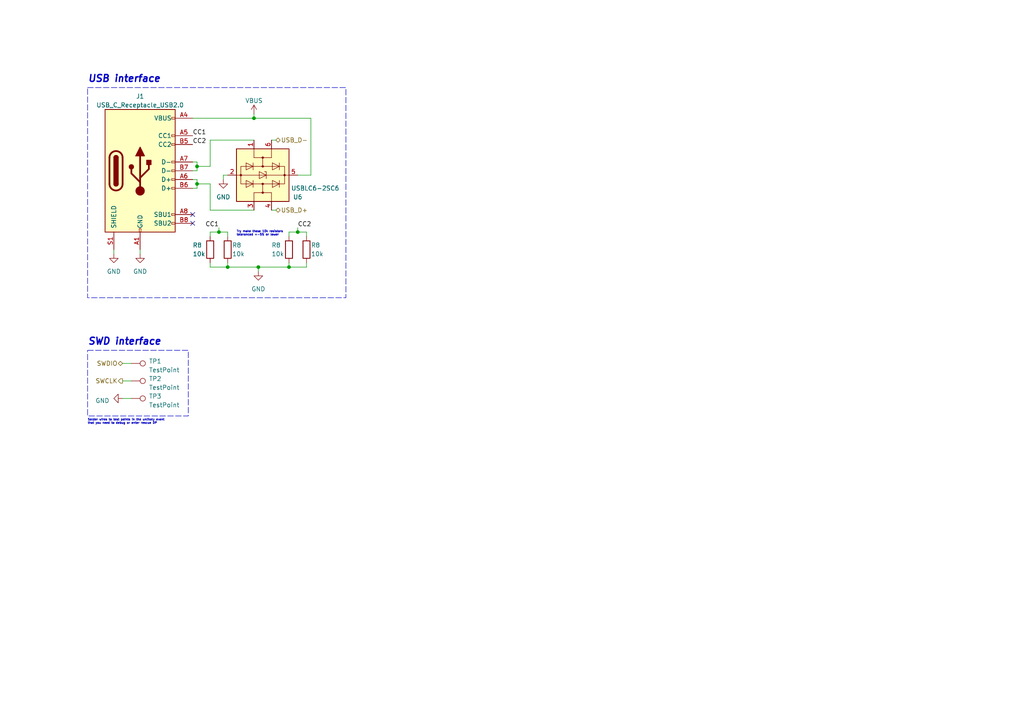
<source format=kicad_sch>
(kicad_sch (version 20230121) (generator eeschema)
  (paper "A4")
  (lib_symbols
    (symbol "Connector:TestPoint" (pin_numbers hide) (pin_names (offset 0.762) hide)
      (property "Reference" "TP" (at 0 6.858 0))
      (property "Value" "TestPoint" (at 0 5.08 0))
      (symbol "TestPoint_0_1"
        (circle (center 0 3.302) (radius 0.762))
      )
      (symbol "TestPoint_1_1"
        (pin passive line (at 0 0 90) (length 2.54) (name "1") (number "1"))
      )
    )
    (symbol "Connector:USB_C_Receptacle_USB2.0" (pin_names (offset 1.016))
      (property "Reference" "J" (at -10.16 19.05 0))
      (property "Value" "USB_C_Receptacle_USB2.0" (at 19.05 19.05 0))
      (symbol "USB_C_Receptacle_USB2.0_0_0"
        (rectangle (start -0.254 -17.78) (end 0.254 -16.764))
        (rectangle (start 10.16 -14.986) (end 9.144 -15.494))
        (rectangle (start 10.16 -12.446) (end 9.144 -12.954))
        (rectangle (start 10.16 -4.826) (end 9.144 -5.334))
        (rectangle (start 10.16 -2.286) (end 9.144 -2.794))
        (rectangle (start 10.16 0.254) (end 9.144 -0.254))
        (rectangle (start 10.16 2.794) (end 9.144 2.286))
        (rectangle (start 10.16 7.874) (end 9.144 7.366))
        (rectangle (start 10.16 10.414) (end 9.144 9.906))
        (rectangle (start 10.16 15.494) (end 9.144 14.986))
      )
      (symbol "USB_C_Receptacle_USB2.0_0_1"
        (rectangle (start -10.16 17.78) (end 10.16 -17.78) (stroke (width 0.254)) (fill (type background)))
        (arc (start -8.89 -3.81) (mid -6.985 -5.7067) (end -5.08 -3.81) (stroke (width 0.508)))
        (arc (start -7.62 -3.81) (mid -6.985 -4.4423) (end -6.35 -3.81) (stroke (width 0.254)))
        (arc (start -7.62 -3.81) (mid -6.985 -4.4423) (end -6.35 -3.81) (stroke (width 0.254)) (fill (type outline)))
        (rectangle (start -7.62 -3.81) (end -6.35 3.81) (stroke (width 0.254)) (fill (type outline)))
        (arc (start -6.35 3.81) (mid -6.985 4.4423) (end -7.62 3.81) (stroke (width 0.254)))
        (arc (start -6.35 3.81) (mid -6.985 4.4423) (end -7.62 3.81) (stroke (width 0.254)) (fill (type outline)))
        (arc (start -5.08 3.81) (mid -6.985 5.7067) (end -8.89 3.81) (stroke (width 0.508)))
        (circle (center -2.54 1.143) (radius 0.635) (stroke (width 0.254)) (fill (type outline)))
        (circle (center 0 -5.842) (radius 1.27) (fill (type outline)))
        (polyline (pts (xy -8.89 -3.81) (xy -8.89 3.81)) (stroke (width 0.508)))
        (polyline (pts (xy -5.08 3.81) (xy -5.08 -3.81)) (stroke (width 0.508)))
        (polyline (pts (xy 0 -5.842) (xy 0 4.318)) (stroke (width 0.508)))
        (polyline (pts (xy 0 -3.302) (xy -2.54 -0.762) (xy -2.54 0.508)) (stroke (width 0.508)))
        (polyline (pts (xy 0 -2.032) (xy 2.54 0.508) (xy 2.54 1.778)) (stroke (width 0.508)))
        (polyline (pts (xy -1.27 4.318) (xy 0 6.858) (xy 1.27 4.318) (xy -1.27 4.318)) (stroke (width 0.254)) (fill (type outline)))
        (rectangle (start 1.905 1.778) (end 3.175 3.048) (stroke (width 0.254)) (fill (type outline)))
      )
      (symbol "USB_C_Receptacle_USB2.0_1_1"
        (pin passive line (at 0 -22.86 90) (length 5.08) (name "GND") (number "A1"))
        (pin passive line (at 0 -22.86 90) (length 5.08) hide (name "GND") (number "A12"))
        (pin passive line (at 15.24 15.24 180) (length 5.08) (name "VBUS") (number "A4"))
        (pin bidirectional line (at 15.24 10.16 180) (length 5.08) (name "CC1") (number "A5"))
        (pin bidirectional line (at 15.24 -2.54 180) (length 5.08) (name "D+") (number "A6"))
        (pin bidirectional line (at 15.24 2.54 180) (length 5.08) (name "D-") (number "A7"))
        (pin bidirectional line (at 15.24 -12.7 180) (length 5.08) (name "SBU1") (number "A8"))
        (pin passive line (at 15.24 15.24 180) (length 5.08) hide (name "VBUS") (number "A9"))
        (pin passive line (at 0 -22.86 90) (length 5.08) hide (name "GND") (number "B1"))
        (pin passive line (at 0 -22.86 90) (length 5.08) hide (name "GND") (number "B12"))
        (pin passive line (at 15.24 15.24 180) (length 5.08) hide (name "VBUS") (number "B4"))
        (pin bidirectional line (at 15.24 7.62 180) (length 5.08) (name "CC2") (number "B5"))
        (pin bidirectional line (at 15.24 -5.08 180) (length 5.08) (name "D+") (number "B6"))
        (pin bidirectional line (at 15.24 0 180) (length 5.08) (name "D-") (number "B7"))
        (pin bidirectional line (at 15.24 -15.24 180) (length 5.08) (name "SBU2") (number "B8"))
        (pin passive line (at 15.24 15.24 180) (length 5.08) hide (name "VBUS") (number "B9"))
        (pin passive line (at -7.62 -22.86 90) (length 5.08) (name "SHIELD") (number "S1"))
      )
    )
    (symbol "Device:R" (pin_numbers hide) (pin_names (offset 0))
      (property "Reference" "R" (at 2.032 0 90))
      (property "Value" "R" (at 0 0 90))
      (symbol "R_0_1"
        (rectangle (start -1.016 -2.54) (end 1.016 2.54) (stroke (width 0.254)))
      )
      (symbol "R_1_1"
        (pin passive line (at 0 3.81 270) (length 1.27) (name "~") (number "1"))
        (pin passive line (at 0 -3.81 90) (length 1.27) (name "~") (number "2"))
      )
    )
    (symbol "Power_Protection:USBLC6-2SC6" (pin_names hide)
      (property "Reference" "U" (at 2.54 8.89 0))
      (property "Value" "USBLC6-2SC6" (at 2.54 -8.89 0))
      (symbol "USBLC6-2SC6_0_1"
        (rectangle (start -7.62 -7.62) (end 7.62 7.62) (stroke (width 0.254)) (fill (type background)))
        (circle (center -5.08 0) (radius 0.254) (fill (type outline)))
        (circle (center -2.54 0) (radius 0.254) (fill (type outline)))
        (rectangle (start -2.54 6.35) (end 2.54 -6.35))
        (circle (center 0 -6.35) (radius 0.254) (fill (type outline)))
        (polyline (pts (xy -5.08 -2.54) (xy -7.62 -2.54)))
        (polyline (pts (xy -5.08 0) (xy -5.08 -2.54)))
        (polyline (pts (xy -5.08 2.54) (xy -7.62 2.54)))
        (polyline (pts (xy -1.524 -2.794) (xy -3.556 -2.794)))
        (polyline (pts (xy -1.524 4.826) (xy -3.556 4.826)))
        (polyline (pts (xy 0 -7.62) (xy 0 -6.35)))
        (polyline (pts (xy 0 -6.35) (xy 0 1.27)))
        (polyline (pts (xy 0 1.27) (xy 0 6.35)))
        (polyline (pts (xy 0 6.35) (xy 0 7.62)))
        (polyline (pts (xy 1.524 -2.794) (xy 3.556 -2.794)))
        (polyline (pts (xy 1.524 4.826) (xy 3.556 4.826)))
        (polyline (pts (xy 5.08 -2.54) (xy 7.62 -2.54)))
        (polyline (pts (xy 5.08 0) (xy 5.08 -2.54)))
        (polyline (pts (xy 5.08 2.54) (xy 7.62 2.54)))
        (polyline (pts (xy -2.54 0) (xy -5.08 0) (xy -5.08 2.54)))
        (polyline (pts (xy 2.54 0) (xy 5.08 0) (xy 5.08 2.54)))
        (polyline (pts (xy -3.556 -4.826) (xy -1.524 -4.826) (xy -2.54 -2.794) (xy -3.556 -4.826)))
        (polyline (pts (xy -3.556 2.794) (xy -1.524 2.794) (xy -2.54 4.826) (xy -3.556 2.794)))
        (polyline (pts (xy -1.016 -1.016) (xy 1.016 -1.016) (xy 0 1.016) (xy -1.016 -1.016)))
        (polyline (pts (xy 1.016 1.016) (xy 0.762 1.016) (xy -1.016 1.016) (xy -1.016 0.508)))
        (polyline (pts (xy 3.556 -4.826) (xy 1.524 -4.826) (xy 2.54 -2.794) (xy 3.556 -4.826)))
        (polyline (pts (xy 3.556 2.794) (xy 1.524 2.794) (xy 2.54 4.826) (xy 3.556 2.794)))
        (circle (center 0 6.35) (radius 0.254) (fill (type outline)))
        (circle (center 2.54 0) (radius 0.254) (fill (type outline)))
        (circle (center 5.08 0) (radius 0.254) (fill (type outline)))
      )
      (symbol "USBLC6-2SC6_1_1"
        (pin passive line (at -10.16 -2.54 0) (length 2.54) (name "I/O1") (number "1"))
        (pin passive line (at 0 -10.16 90) (length 2.54) (name "GND") (number "2"))
        (pin passive line (at 10.16 -2.54 180) (length 2.54) (name "I/O2") (number "3"))
        (pin passive line (at 10.16 2.54 180) (length 2.54) (name "I/O2") (number "4"))
        (pin passive line (at 0 10.16 270) (length 2.54) (name "VBUS") (number "5"))
        (pin passive line (at -10.16 2.54 0) (length 2.54) (name "I/O1") (number "6"))
      )
    )
    (symbol "power:GND" (power) (pin_names (offset 0))
      (property "Value" "GND" (at 0 -3.81 0))
      (symbol "GND_0_1"
        (polyline (pts (xy 0 0) (xy 0 -1.27) (xy 1.27 -1.27) (xy 0 -2.54) (xy -1.27 -1.27) (xy 0 -1.27)))
      )
      (symbol "GND_1_1"
        (pin power_in line (at 0 0 270) (length 0) hide (name "GND") (number "1"))
      )
    )
    (symbol "power:VBUS" (power) (pin_names (offset 0))
      (property "Value" "VBUS" (at 0 3.81 0))
      (symbol "VBUS_0_1"
        (polyline (pts (xy -0.762 1.27) (xy 0 2.54)))
        (polyline (pts (xy 0 0) (xy 0 2.54)))
        (polyline (pts (xy 0 2.54) (xy 0.762 1.27)))
      )
      (symbol "VBUS_1_1"
        (pin power_in line (at 0 0 90) (length 0) hide (name "VBUS") (number "1"))
      )
    )
  )
  (junction (at 74.93 77.47))
  (junction (at 57.15 53.34))
  (junction (at 57.15 48.26))
  (junction (at 73.66 34.29))
  (junction (at 86.36 67.31))
  (junction (at 66.04 77.47))
  (junction (at 83.82 77.47))
  (junction (at 63.5 67.31))
  (no_connect (at 55.88 62.23))
  (no_connect (at 55.88 64.77))
  (wire (pts (xy 55.88 54.61) (xy 57.15 54.61)))
  (wire (pts (xy 74.93 77.47) (xy 83.82 77.47)))
  (wire (pts (xy 57.15 54.61) (xy 57.15 53.34)))
  (wire (pts (xy 88.9 77.47) (xy 88.9 76.2)))
  (wire (pts (xy 64.77 50.8) (xy 64.77 52.07)))
  (wire (pts (xy 63.5 67.31) (xy 60.96 67.31)))
  (wire (pts (xy 90.17 34.29) (xy 90.17 50.8)))
  (wire (pts (xy 60.96 77.47) (xy 66.04 77.47)))
  (wire (pts (xy 73.66 60.96) (xy 60.96 60.96)))
  (wire (pts (xy 35.56 110.49) (xy 38.1 110.49)))
  (wire (pts (xy 60.96 40.64) (xy 60.96 48.26)))
  (wire (pts (xy 33.02 72.39) (xy 33.02 73.66)))
  (wire (pts (xy 60.96 67.31) (xy 60.96 68.58)))
  (wire (pts (xy 83.82 77.47) (xy 83.82 76.2)))
  (wire (pts (xy 57.15 46.99) (xy 55.88 46.99)))
  (wire (pts (xy 66.04 77.47) (xy 74.93 77.47)))
  (wire (pts (xy 64.77 50.8) (xy 66.04 50.8)))
  (wire (pts (xy 73.66 34.29) (xy 90.17 34.29)))
  (wire (pts (xy 78.74 40.64) (xy 80.01 40.64)))
  (wire (pts (xy 88.9 67.31) (xy 88.9 68.58)))
  (wire (pts (xy 74.93 77.47) (xy 74.93 78.74)))
  (wire (pts (xy 60.96 60.96) (xy 60.96 53.34)))
  (wire (pts (xy 66.04 77.47) (xy 66.04 76.2)))
  (wire (pts (xy 55.88 49.53) (xy 57.15 49.53)))
  (wire (pts (xy 57.15 48.26) (xy 57.15 46.99)))
  (wire (pts (xy 86.36 67.31) (xy 83.82 67.31)))
  (wire (pts (xy 73.66 33.02) (xy 73.66 34.29)))
  (wire (pts (xy 90.17 50.8) (xy 86.36 50.8)))
  (wire (pts (xy 55.88 34.29) (xy 73.66 34.29)))
  (wire (pts (xy 83.82 77.47) (xy 88.9 77.47)))
  (wire (pts (xy 73.66 40.64) (xy 60.96 40.64)))
  (wire (pts (xy 35.56 105.41) (xy 38.1 105.41)))
  (wire (pts (xy 63.5 66.04) (xy 63.5 67.31)))
  (wire (pts (xy 60.96 53.34) (xy 57.15 53.34)))
  (wire (pts (xy 57.15 49.53) (xy 57.15 48.26)))
  (wire (pts (xy 40.64 72.39) (xy 40.64 73.66)))
  (wire (pts (xy 60.96 76.2) (xy 60.96 77.47)))
  (wire (pts (xy 83.82 67.31) (xy 83.82 68.58)))
  (wire (pts (xy 63.5 67.31) (xy 66.04 67.31)))
  (wire (pts (xy 86.36 67.31) (xy 88.9 67.31)))
  (wire (pts (xy 60.96 48.26) (xy 57.15 48.26)))
  (wire (pts (xy 78.74 60.96) (xy 80.01 60.96)))
  (wire (pts (xy 66.04 67.31) (xy 66.04 68.58)))
  (wire (pts (xy 35.56 115.57) (xy 38.1 115.57)))
  (wire (pts (xy 57.15 52.07) (xy 55.88 52.07)))
  (wire (pts (xy 86.36 66.04) (xy 86.36 67.31)))
  (wire (pts (xy 57.15 53.34) (xy 57.15 52.07)))
  (rectangle (start 25.4 25.4) (end 100.33 86.36) (stroke (width 0) (type dash)))
  (rectangle (start 25.4 101.6) (end 54.61 120.65) (stroke (width 0) (type dash)))
  (text "Solder wires to test points in the unlikely event\nthat you need to debug or enter rescue DP" (at 25.4 123.19 0) (effects (font (size 0.6 0.6)) (justify left bottom)))
  (text "Try make these 10k resistors\ntoleranced +-5% or lower" (at 68.58 68.58 0) (effects (font (size 0.6 0.6)) (justify left bottom)))
  (text "USB interface" (at 25.4 24.13 0) (effects (font (size 2 2) (thickness 0.4) bold italic) (justify left bottom)))
  (text "SWD interface" (at 25.4 100.33 0) (effects (font (size 2 2) (thickness 0.4) bold italic) (justify left bottom)))
  (label "CC2" (at 86.36 66.04 0))
  (label "CC2" (at 55.88 41.91 0))
  (label "CC1" (at 55.88 39.37 0))
  (label "CC1" (at 63.5 66.04 180))
  (hierarchical_label "USB_D+" (shape bidirectional) (at 80.01 60.96 0))
  (hierarchical_label "SWCLK" (shape output) (at 35.56 110.49 180))
  (hierarchical_label "SWDIO" (shape bidirectional) (at 35.56 105.41 180))
  (hierarchical_label "USB_D-" (shape bidirectional) (at 80.01 40.64 0))
  (symbol (lib_id "Connector:TestPoint") (at 38.1 115.57 270) (unit 1)
    (property "Reference" "TP3" (at 43.18 114.935 90) (effects (justify left)))
    (property "Value" "TestPoint" (at 43.18 117.475 90) (effects (justify left)))
    (property "Footprint" "TestPoint:TestPoint_Pad_D2.0mm" (effects hide))
  )
  (symbol (lib_id "Power_Protection:USBLC6-2SC6") (at 76.2 50.8 270) (unit 1)
    (property "Reference" "U6" (at 86.36 57.15 90))
    (property "Value" "USBLC6-2SC6" (at 91.44 54.61 90))
    (property "Footprint" "Package_TO_SOT_SMD:SOT-23-6" (effects hide))
    (property "Datasheet" "https://www.st.com/resource/en/datasheet/usblc6-2.pdf" (effects hide))
    (property "LCSC" "C2827654" (effects hide))
    (instances (project "neptune" (path "" (reference "U6") (unit 1))) (project "keyboard" (path "" (reference "U2") (unit 1))))
  )
  (symbol (lib_id "power:GND") (at 33.02 73.66 0) (unit 1)
    (property "Reference" "#PWR026" (effects hide))
    (property "Value" "GND" (at 33.02 78.74 0))
  )
  (symbol (lib_id "Connector:USB_C_Receptacle_USB2.0") (at 40.64 49.53 0) (unit 1)
    (property "Reference" "J1" (at 40.64 27.94 0))
    (property "Value" "USB_C_Receptacle_USB2.0" (at 40.64 30.48 0))
    (property "Footprint" "local-library:TYPE-C-31-M-12" (effects hide))
    (property "Datasheet" "https://www.usb.org/sites/default/files/documents/usb_type-c.zip" (effects hide))
    (property "LCSC" "C165948" (effects hide))
  )
  (symbol (lib_id "power:GND") (at 74.93 78.74 0) (unit 1)
    (property "Reference" "#PWR014" (effects hide))
    (property "Value" "GND" (at 74.93 83.82 0))
  )
  (symbol (lib_id "Device:R") (at 60.96 72.39 0) (unit 1)
    (property "Reference" "R8" (at 55.88 71.12 0) (effects (justify left)))
    (property "Value" "10k" (at 55.88 73.66 0) (effects (justify left)))
    (property "Footprint" "Resistor_SMD:R_0402_1005Metric" (effects hide))
    (property "LCSC" "C25744" (effects hide))
    (instances (project "keyboard" (path "" (reference "R8") (unit 1)) (path "" (reference "R7") (unit 1))))
  )
  (symbol (lib_id "Connector:TestPoint") (at 38.1 110.49 270) (unit 1)
    (property "Reference" "TP2" (at 43.18 109.855 90) (effects (justify left)))
    (property "Value" "TestPoint" (at 43.18 112.395 90) (effects (justify left)))
    (property "Footprint" "TestPoint:TestPoint_Pad_D2.0mm" (effects hide))
  )
  (symbol (lib_id "Device:R") (at 83.82 72.39 0) (unit 1)
    (property "Reference" "R8" (at 78.74 71.12 0) (effects (justify left)))
    (property "Value" "10k" (at 78.74 73.66 0) (effects (justify left)))
    (property "Footprint" "Resistor_SMD:R_0402_1005Metric" (effects hide))
    (property "LCSC" "C25744" (effects hide))
    (instances (project "keyboard" (path "" (reference "R8") (unit 1)) (path "" (reference "R4") (unit 1))))
  )
  (symbol (lib_id "power:GND") (at 35.56 115.57 270) (unit 1)
    (property "Reference" "#PWR025" (effects hide))
    (property "Value" "GND" (at 31.75 116.205 90) (effects (justify right)))
  )
  (symbol (lib_id "power:GND") (at 64.77 52.07 0) (unit 1)
    (property "Reference" "#PWR013" (effects hide))
    (property "Value" "GND" (at 64.77 57.15 0))
  )
  (symbol (lib_id "power:GND") (at 40.64 73.66 0) (unit 1)
    (property "Reference" "#PWR012" (effects hide))
    (property "Value" "GND" (at 40.64 78.74 0))
  )
  (symbol (lib_id "Connector:TestPoint") (at 38.1 105.41 270) (unit 1)
    (property "Reference" "TP1" (at 43.18 104.775 90) (effects (justify left)))
    (property "Value" "TestPoint" (at 43.18 107.315 90) (effects (justify left)))
    (property "Footprint" "TestPoint:TestPoint_Pad_D2.0mm" (effects hide))
  )
  (symbol (lib_id "Device:R") (at 66.04 72.39 0) (unit 1)
    (property "Reference" "R8" (at 67.31 71.12 0) (effects (justify left)))
    (property "Value" "10k" (at 67.31 73.66 0) (effects (justify left)))
    (property "Footprint" "Resistor_SMD:R_0402_1005Metric" (effects hide))
    (property "LCSC" "C25744" (effects hide))
    (instances (project "keyboard" (path "" (reference "R8") (unit 1)) (path "" (reference "R6") (unit 1))))
  )
  (symbol (lib_id "power:VBUS") (at 73.66 33.02 0) (unit 1)
    (property "Reference" "#PWR034" (effects hide))
    (property "Value" "VBUS" (at 73.66 29.21 0))
  )
  (symbol (lib_id "Device:R") (at 88.9 72.39 0) (unit 1)
    (property "Reference" "R8" (at 90.17 71.12 0) (effects (justify left)))
    (property "Value" "10k" (at 90.17 73.66 0) (effects (justify left)))
    (property "Footprint" "Resistor_SMD:R_0402_1005Metric" (effects hide))
    (property "LCSC" "C25744" (effects hide))
    (instances (project "keyboard" (path "" (reference "R8") (unit 1)) (path "" (reference "R5") (unit 1))))
  )
)
</source>
